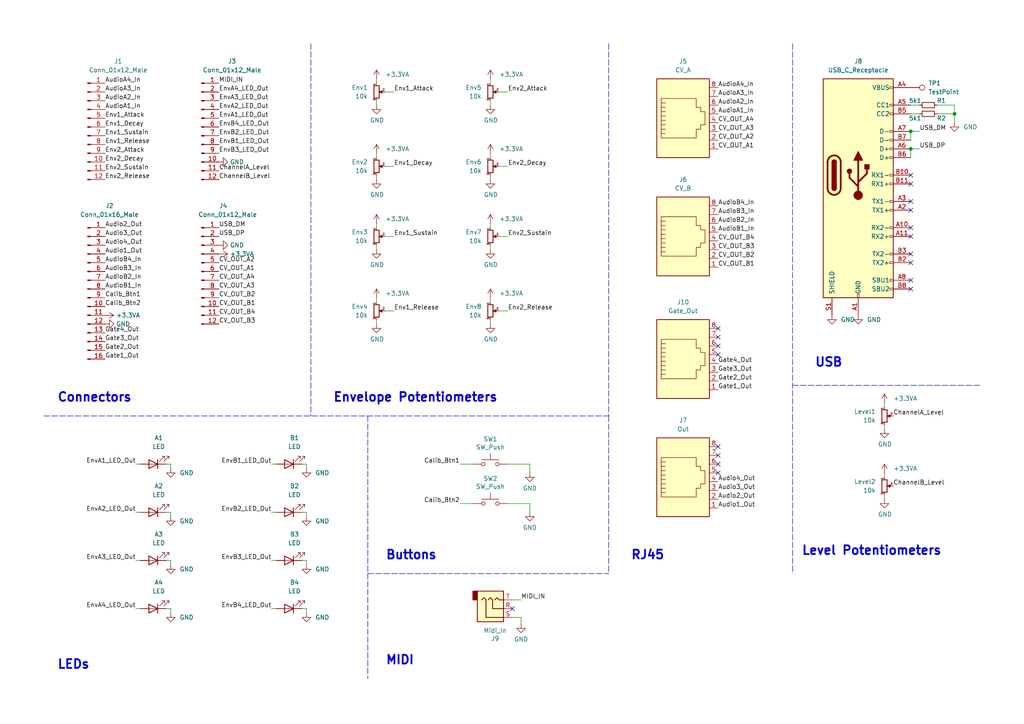
<source format=kicad_sch>
(kicad_sch (version 20211123) (generator eeschema)
  (paper "A4")
  (lib_symbols
    (symbol "Connector:Conn_01x12_Male" (pin_names (offset 1.016) hide)
      (property "Reference" "J" (at 0 15.24 0))
      (property "Value" "Conn_01x12_Male" (at 0 -17.78 0))
      (symbol "Conn_01x12_Male_1_1"
        (polyline (pts (xy 1.27 -15.24) (xy 0.8636 -15.24)) (stroke (width 0.1524)))
        (polyline (pts (xy 1.27 -12.7) (xy 0.8636 -12.7)) (stroke (width 0.1524)))
        (polyline (pts (xy 1.27 -10.16) (xy 0.8636 -10.16)) (stroke (width 0.1524)))
        (polyline (pts (xy 1.27 -7.62) (xy 0.8636 -7.62)) (stroke (width 0.1524)))
        (polyline (pts (xy 1.27 -5.08) (xy 0.8636 -5.08)) (stroke (width 0.1524)))
        (polyline (pts (xy 1.27 -2.54) (xy 0.8636 -2.54)) (stroke (width 0.1524)))
        (polyline (pts (xy 1.27 0) (xy 0.8636 0)) (stroke (width 0.1524)))
        (polyline (pts (xy 1.27 2.54) (xy 0.8636 2.54)) (stroke (width 0.1524)))
        (polyline (pts (xy 1.27 5.08) (xy 0.8636 5.08)) (stroke (width 0.1524)))
        (polyline (pts (xy 1.27 7.62) (xy 0.8636 7.62)) (stroke (width 0.1524)))
        (polyline (pts (xy 1.27 10.16) (xy 0.8636 10.16)) (stroke (width 0.1524)))
        (polyline (pts (xy 1.27 12.7) (xy 0.8636 12.7)) (stroke (width 0.1524)))
        (rectangle (start 0.8636 -15.113) (end 0 -15.367) (stroke (width 0.1524)) (fill (type outline)))
        (rectangle (start 0.8636 -12.573) (end 0 -12.827) (stroke (width 0.1524)) (fill (type outline)))
        (rectangle (start 0.8636 -10.033) (end 0 -10.287) (stroke (width 0.1524)) (fill (type outline)))
        (rectangle (start 0.8636 -7.493) (end 0 -7.747) (stroke (width 0.1524)) (fill (type outline)))
        (rectangle (start 0.8636 -4.953) (end 0 -5.207) (stroke (width 0.1524)) (fill (type outline)))
        (rectangle (start 0.8636 -2.413) (end 0 -2.667) (stroke (width 0.1524)) (fill (type outline)))
        (rectangle (start 0.8636 0.127) (end 0 -0.127) (stroke (width 0.1524)) (fill (type outline)))
        (rectangle (start 0.8636 2.667) (end 0 2.413) (stroke (width 0.1524)) (fill (type outline)))
        (rectangle (start 0.8636 5.207) (end 0 4.953) (stroke (width 0.1524)) (fill (type outline)))
        (rectangle (start 0.8636 7.747) (end 0 7.493) (stroke (width 0.1524)) (fill (type outline)))
        (rectangle (start 0.8636 10.287) (end 0 10.033) (stroke (width 0.1524)) (fill (type outline)))
        (rectangle (start 0.8636 12.827) (end 0 12.573) (stroke (width 0.1524)) (fill (type outline)))
        (pin passive line (at 5.08 12.7 180) (length 3.81) (name "Pin_1") (number "1"))
        (pin passive line (at 5.08 -10.16 180) (length 3.81) (name "Pin_10") (number "10"))
        (pin passive line (at 5.08 -12.7 180) (length 3.81) (name "Pin_11") (number "11"))
        (pin passive line (at 5.08 -15.24 180) (length 3.81) (name "Pin_12") (number "12"))
        (pin passive line (at 5.08 10.16 180) (length 3.81) (name "Pin_2") (number "2"))
        (pin passive line (at 5.08 7.62 180) (length 3.81) (name "Pin_3") (number "3"))
        (pin passive line (at 5.08 5.08 180) (length 3.81) (name "Pin_4") (number "4"))
        (pin passive line (at 5.08 2.54 180) (length 3.81) (name "Pin_5") (number "5"))
        (pin passive line (at 5.08 0 180) (length 3.81) (name "Pin_6") (number "6"))
        (pin passive line (at 5.08 -2.54 180) (length 3.81) (name "Pin_7") (number "7"))
        (pin passive line (at 5.08 -5.08 180) (length 3.81) (name "Pin_8") (number "8"))
        (pin passive line (at 5.08 -7.62 180) (length 3.81) (name "Pin_9") (number "9"))
      )
    )
    (symbol "Connector:Conn_01x16_Male" (pin_names (offset 1.016) hide)
      (property "Reference" "J" (at 0 20.32 0))
      (property "Value" "Conn_01x16_Male" (at 0 -22.86 0))
      (symbol "Conn_01x16_Male_1_1"
        (polyline (pts (xy 1.27 -20.32) (xy 0.8636 -20.32)) (stroke (width 0.1524)))
        (polyline (pts (xy 1.27 -17.78) (xy 0.8636 -17.78)) (stroke (width 0.1524)))
        (polyline (pts (xy 1.27 -15.24) (xy 0.8636 -15.24)) (stroke (width 0.1524)))
        (polyline (pts (xy 1.27 -12.7) (xy 0.8636 -12.7)) (stroke (width 0.1524)))
        (polyline (pts (xy 1.27 -10.16) (xy 0.8636 -10.16)) (stroke (width 0.1524)))
        (polyline (pts (xy 1.27 -7.62) (xy 0.8636 -7.62)) (stroke (width 0.1524)))
        (polyline (pts (xy 1.27 -5.08) (xy 0.8636 -5.08)) (stroke (width 0.1524)))
        (polyline (pts (xy 1.27 -2.54) (xy 0.8636 -2.54)) (stroke (width 0.1524)))
        (polyline (pts (xy 1.27 0) (xy 0.8636 0)) (stroke (width 0.1524)))
        (polyline (pts (xy 1.27 2.54) (xy 0.8636 2.54)) (stroke (width 0.1524)))
        (polyline (pts (xy 1.27 5.08) (xy 0.8636 5.08)) (stroke (width 0.1524)))
        (polyline (pts (xy 1.27 7.62) (xy 0.8636 7.62)) (stroke (width 0.1524)))
        (polyline (pts (xy 1.27 10.16) (xy 0.8636 10.16)) (stroke (width 0.1524)))
        (polyline (pts (xy 1.27 12.7) (xy 0.8636 12.7)) (stroke (width 0.1524)))
        (polyline (pts (xy 1.27 15.24) (xy 0.8636 15.24)) (stroke (width 0.1524)))
        (polyline (pts (xy 1.27 17.78) (xy 0.8636 17.78)) (stroke (width 0.1524)))
        (rectangle (start 0.8636 -20.193) (end 0 -20.447) (stroke (width 0.1524)) (fill (type outline)))
        (rectangle (start 0.8636 -17.653) (end 0 -17.907) (stroke (width 0.1524)) (fill (type outline)))
        (rectangle (start 0.8636 -15.113) (end 0 -15.367) (stroke (width 0.1524)) (fill (type outline)))
        (rectangle (start 0.8636 -12.573) (end 0 -12.827) (stroke (width 0.1524)) (fill (type outline)))
        (rectangle (start 0.8636 -10.033) (end 0 -10.287) (stroke (width 0.1524)) (fill (type outline)))
        (rectangle (start 0.8636 -7.493) (end 0 -7.747) (stroke (width 0.1524)) (fill (type outline)))
        (rectangle (start 0.8636 -4.953) (end 0 -5.207) (stroke (width 0.1524)) (fill (type outline)))
        (rectangle (start 0.8636 -2.413) (end 0 -2.667) (stroke (width 0.1524)) (fill (type outline)))
        (rectangle (start 0.8636 0.127) (end 0 -0.127) (stroke (width 0.1524)) (fill (type outline)))
        (rectangle (start 0.8636 2.667) (end 0 2.413) (stroke (width 0.1524)) (fill (type outline)))
        (rectangle (start 0.8636 5.207) (end 0 4.953) (stroke (width 0.1524)) (fill (type outline)))
        (rectangle (start 0.8636 7.747) (end 0 7.493) (stroke (width 0.1524)) (fill (type outline)))
        (rectangle (start 0.8636 10.287) (end 0 10.033) (stroke (width 0.1524)) (fill (type outline)))
        (rectangle (start 0.8636 12.827) (end 0 12.573) (stroke (width 0.1524)) (fill (type outline)))
        (rectangle (start 0.8636 15.367) (end 0 15.113) (stroke (width 0.1524)) (fill (type outline)))
        (rectangle (start 0.8636 17.907) (end 0 17.653) (stroke (width 0.1524)) (fill (type outline)))
        (pin passive line (at 5.08 17.78 180) (length 3.81) (name "Pin_1") (number "1"))
        (pin passive line (at 5.08 -5.08 180) (length 3.81) (name "Pin_10") (number "10"))
        (pin passive line (at 5.08 -7.62 180) (length 3.81) (name "Pin_11") (number "11"))
        (pin passive line (at 5.08 -10.16 180) (length 3.81) (name "Pin_12") (number "12"))
        (pin passive line (at 5.08 -12.7 180) (length 3.81) (name "Pin_13") (number "13"))
        (pin passive line (at 5.08 -15.24 180) (length 3.81) (name "Pin_14") (number "14"))
        (pin passive line (at 5.08 -17.78 180) (length 3.81) (name "Pin_15") (number "15"))
        (pin passive line (at 5.08 -20.32 180) (length 3.81) (name "Pin_16") (number "16"))
        (pin passive line (at 5.08 15.24 180) (length 3.81) (name "Pin_2") (number "2"))
        (pin passive line (at 5.08 12.7 180) (length 3.81) (name "Pin_3") (number "3"))
        (pin passive line (at 5.08 10.16 180) (length 3.81) (name "Pin_4") (number "4"))
        (pin passive line (at 5.08 7.62 180) (length 3.81) (name "Pin_5") (number "5"))
        (pin passive line (at 5.08 5.08 180) (length 3.81) (name "Pin_6") (number "6"))
        (pin passive line (at 5.08 2.54 180) (length 3.81) (name "Pin_7") (number "7"))
        (pin passive line (at 5.08 0 180) (length 3.81) (name "Pin_8") (number "8"))
        (pin passive line (at 5.08 -2.54 180) (length 3.81) (name "Pin_9") (number "9"))
      )
    )
    (symbol "Connector:RJ45" (pin_names (offset 1.016))
      (property "Reference" "J" (at -5.08 13.97 0))
      (property "Value" "RJ45" (at 2.54 13.97 0))
      (symbol "RJ45_0_1"
        (polyline (pts (xy -5.08 4.445) (xy -6.35 4.445)))
        (polyline (pts (xy -5.08 5.715) (xy -6.35 5.715)))
        (polyline (pts (xy -6.35 -3.175) (xy -5.08 -3.175) (xy -5.08 -3.175)))
        (polyline (pts (xy -6.35 -1.905) (xy -5.08 -1.905) (xy -5.08 -1.905)))
        (polyline (pts (xy -6.35 -0.635) (xy -5.08 -0.635) (xy -5.08 -0.635)))
        (polyline (pts (xy -6.35 0.635) (xy -5.08 0.635) (xy -5.08 0.635)))
        (polyline (pts (xy -6.35 1.905) (xy -5.08 1.905) (xy -5.08 1.905)))
        (polyline (pts (xy -5.08 3.175) (xy -6.35 3.175) (xy -6.35 3.175)))
        (polyline (pts (xy -6.35 -4.445) (xy -6.35 6.985) (xy 3.81 6.985) (xy 3.81 4.445) (xy 5.08 4.445) (xy 5.08 3.175) (xy 6.35 3.175) (xy 6.35 -0.635) (xy 5.08 -0.635) (xy 5.08 -1.905) (xy 3.81 -1.905) (xy 3.81 -4.445) (xy -6.35 -4.445) (xy -6.35 -4.445)))
        (rectangle (start 7.62 12.7) (end -7.62 -10.16) (stroke (width 0.254)) (fill (type background)))
      )
      (symbol "RJ45_1_1"
        (pin passive line (at 10.16 -7.62 180) (length 2.54) (name "~") (number "1"))
        (pin passive line (at 10.16 -5.08 180) (length 2.54) (name "~") (number "2"))
        (pin passive line (at 10.16 -2.54 180) (length 2.54) (name "~") (number "3"))
        (pin passive line (at 10.16 0 180) (length 2.54) (name "~") (number "4"))
        (pin passive line (at 10.16 2.54 180) (length 2.54) (name "~") (number "5"))
        (pin passive line (at 10.16 5.08 180) (length 2.54) (name "~") (number "6"))
        (pin passive line (at 10.16 7.62 180) (length 2.54) (name "~") (number "7"))
        (pin passive line (at 10.16 10.16 180) (length 2.54) (name "~") (number "8"))
      )
    )
    (symbol "Connector:TestPoint" (pin_numbers hide) (pin_names (offset 0.762) hide)
      (property "Reference" "TP" (at 0 6.858 0))
      (property "Value" "TestPoint" (at 0 5.08 0))
      (symbol "TestPoint_0_1"
        (circle (center 0 3.302) (radius 0.762))
      )
      (symbol "TestPoint_1_1"
        (pin passive line (at 0 0 90) (length 2.54) (name "1") (number "1"))
      )
    )
    (symbol "Connector:USB_C_Receptacle" (pin_names (offset 1.016))
      (property "Reference" "J" (at -10.16 29.21 0))
      (property "Value" "USB_C_Receptacle" (at 10.16 29.21 0))
      (symbol "USB_C_Receptacle_0_0"
        (rectangle (start -0.254 -35.56) (end 0.254 -34.544))
        (rectangle (start 10.16 -32.766) (end 9.144 -33.274))
        (rectangle (start 10.16 -30.226) (end 9.144 -30.734))
        (rectangle (start 10.16 -25.146) (end 9.144 -25.654))
        (rectangle (start 10.16 -22.606) (end 9.144 -23.114))
        (rectangle (start 10.16 -17.526) (end 9.144 -18.034))
        (rectangle (start 10.16 -14.986) (end 9.144 -15.494))
        (rectangle (start 10.16 -9.906) (end 9.144 -10.414))
        (rectangle (start 10.16 -7.366) (end 9.144 -7.874))
        (rectangle (start 10.16 -2.286) (end 9.144 -2.794))
        (rectangle (start 10.16 0.254) (end 9.144 -0.254))
        (rectangle (start 10.16 5.334) (end 9.144 4.826))
        (rectangle (start 10.16 7.874) (end 9.144 7.366))
        (rectangle (start 10.16 10.414) (end 9.144 9.906))
        (rectangle (start 10.16 12.954) (end 9.144 12.446))
        (rectangle (start 10.16 18.034) (end 9.144 17.526))
        (rectangle (start 10.16 20.574) (end 9.144 20.066))
        (rectangle (start 10.16 25.654) (end 9.144 25.146))
      )
      (symbol "USB_C_Receptacle_0_1"
        (rectangle (start -10.16 27.94) (end 10.16 -35.56) (stroke (width 0.254)) (fill (type background)))
        (arc (start -8.89 -3.81) (mid -6.985 -5.715) (end -5.08 -3.81) (stroke (width 0.508)))
        (arc (start -7.62 -3.81) (mid -6.985 -4.445) (end -6.35 -3.81) (stroke (width 0.254)))
        (arc (start -7.62 -3.81) (mid -6.985 -4.445) (end -6.35 -3.81) (stroke (width 0.254)) (fill (type outline)))
        (rectangle (start -7.62 -3.81) (end -6.35 3.81) (stroke (width 0.254)) (fill (type outline)))
        (arc (start -6.35 3.81) (mid -6.985 4.445) (end -7.62 3.81) (stroke (width 0.254)))
        (arc (start -6.35 3.81) (mid -6.985 4.445) (end -7.62 3.81) (stroke (width 0.254)) (fill (type outline)))
        (arc (start -5.08 3.81) (mid -6.985 5.715) (end -8.89 3.81) (stroke (width 0.508)))
        (polyline (pts (xy -8.89 -3.81) (xy -8.89 3.81)) (stroke (width 0.508)))
        (polyline (pts (xy -5.08 3.81) (xy -5.08 -3.81)) (stroke (width 0.508)))
      )
      (symbol "USB_C_Receptacle_1_1"
        (circle (center -2.54 1.143) (radius 0.635) (stroke (width 0.254)) (fill (type outline)))
        (circle (center 0 -5.842) (radius 1.27) (fill (type outline)))
        (polyline (pts (xy 0 -5.842) (xy 0 4.318)) (stroke (width 0.508)))
        (polyline (pts (xy 0 -3.302) (xy -2.54 -0.762) (xy -2.54 0.508)) (stroke (width 0.508)))
        (polyline (pts (xy 0 -2.032) (xy 2.54 0.508) (xy 2.54 1.778)) (stroke (width 0.508)))
        (polyline (pts (xy -1.27 4.318) (xy 0 6.858) (xy 1.27 4.318) (xy -1.27 4.318)) (stroke (width 0.254)) (fill (type outline)))
        (rectangle (start 1.905 1.778) (end 3.175 3.048) (stroke (width 0.254)) (fill (type outline)))
        (pin passive line (at 0 -40.64 90) (length 5.08) (name "GND") (number "A1"))
        (pin bidirectional line (at 15.24 -15.24 180) (length 5.08) (name "RX2-") (number "A10"))
        (pin bidirectional line (at 15.24 -17.78 180) (length 5.08) (name "RX2+") (number "A11"))
        (pin passive line (at 0 -40.64 90) (length 5.08) hide (name "GND") (number "A12"))
        (pin bidirectional line (at 15.24 -10.16 180) (length 5.08) (name "TX1+") (number "A2"))
        (pin bidirectional line (at 15.24 -7.62 180) (length 5.08) (name "TX1-") (number "A3"))
        (pin passive line (at 15.24 25.4 180) (length 5.08) (name "VBUS") (number "A4"))
        (pin bidirectional line (at 15.24 20.32 180) (length 5.08) (name "CC1") (number "A5"))
        (pin bidirectional line (at 15.24 7.62 180) (length 5.08) (name "D+") (number "A6"))
        (pin bidirectional line (at 15.24 12.7 180) (length 5.08) (name "D-") (number "A7"))
        (pin bidirectional line (at 15.24 -30.48 180) (length 5.08) (name "SBU1") (number "A8"))
        (pin passive line (at 15.24 25.4 180) (length 5.08) hide (name "VBUS") (number "A9"))
        (pin passive line (at 0 -40.64 90) (length 5.08) hide (name "GND") (number "B1"))
        (pin bidirectional line (at 15.24 0 180) (length 5.08) (name "RX1-") (number "B10"))
        (pin bidirectional line (at 15.24 -2.54 180) (length 5.08) (name "RX1+") (number "B11"))
        (pin passive line (at 0 -40.64 90) (length 5.08) hide (name "GND") (number "B12"))
        (pin bidirectional line (at 15.24 -25.4 180) (length 5.08) (name "TX2+") (number "B2"))
        (pin bidirectional line (at 15.24 -22.86 180) (length 5.08) (name "TX2-") (number "B3"))
        (pin passive line (at 15.24 25.4 180) (length 5.08) hide (name "VBUS") (number "B4"))
        (pin bidirectional line (at 15.24 17.78 180) (length 5.08) (name "CC2") (number "B5"))
        (pin bidirectional line (at 15.24 5.08 180) (length 5.08) (name "D+") (number "B6"))
        (pin bidirectional line (at 15.24 10.16 180) (length 5.08) (name "D-") (number "B7"))
        (pin bidirectional line (at 15.24 -33.02 180) (length 5.08) (name "SBU2") (number "B8"))
        (pin passive line (at 15.24 25.4 180) (length 5.08) hide (name "VBUS") (number "B9"))
        (pin passive line (at -7.62 -40.64 90) (length 5.08) (name "SHIELD") (number "S1"))
      )
    )
    (symbol "Device:LED" (pin_numbers hide) (pin_names (offset 1.016) hide)
      (property "Reference" "D" (at 0 2.54 0))
      (property "Value" "LED" (at 0 -2.54 0))
      (symbol "LED_0_1"
        (polyline (pts (xy -1.27 -1.27) (xy -1.27 1.27)) (stroke (width 0.254)))
        (polyline (pts (xy -1.27 0) (xy 1.27 0)))
        (polyline (pts (xy 1.27 -1.27) (xy 1.27 1.27) (xy -1.27 0) (xy 1.27 -1.27)) (stroke (width 0.254)))
        (polyline (pts (xy -3.048 -0.762) (xy -4.572 -2.286) (xy -3.81 -2.286) (xy -4.572 -2.286) (xy -4.572 -1.524)))
        (polyline (pts (xy -1.778 -0.762) (xy -3.302 -2.286) (xy -2.54 -2.286) (xy -3.302 -2.286) (xy -3.302 -1.524)))
      )
      (symbol "LED_1_1"
        (pin passive line (at -3.81 0 0) (length 2.54) (name "K") (number "1"))
        (pin passive line (at 3.81 0 180) (length 2.54) (name "A") (number "2"))
      )
    )
    (symbol "Device:R_Potentiometer_Small" (pin_names (offset 1.016) hide)
      (property "Reference" "RV" (at -4.445 0 90))
      (property "Value" "R_Potentiometer_Small" (at -2.54 0 90))
      (symbol "R_Potentiometer_Small_0_1"
        (polyline (pts (xy 0.889 0) (xy 0.635 0) (xy 1.651 0.381) (xy 1.651 -0.381) (xy 0.635 0) (xy 0.889 0)) (fill (type outline)))
        (rectangle (start 0.762 1.8034) (end -0.762 -1.8034) (stroke (width 0.254)))
      )
      (symbol "R_Potentiometer_Small_1_1"
        (pin passive line (at 0 2.54 270) (length 0.635) (name "1") (number "1"))
        (pin passive line (at 2.54 0 180) (length 0.9906) (name "2") (number "2"))
        (pin passive line (at 0 -2.54 90) (length 0.635) (name "3") (number "3"))
      )
    )
    (symbol "Device:R_Small" (pin_numbers hide) (pin_names (offset 0.254) hide)
      (property "Reference" "R" (at 0.762 0.508 0))
      (property "Value" "R_Small" (at 0.762 -1.016 0))
      (symbol "R_Small_0_1"
        (rectangle (start -0.762 1.778) (end 0.762 -1.778) (stroke (width 0.2032)))
      )
      (symbol "R_Small_1_1"
        (pin passive line (at 0 2.54 270) (length 0.762) (name "~") (number "1"))
        (pin passive line (at 0 -2.54 90) (length 0.762) (name "~") (number "2"))
      )
    )
    (symbol "Switch:SW_Push" (pin_numbers hide) (pin_names (offset 1.016) hide)
      (property "Reference" "SW" (at 1.27 2.54 0))
      (property "Value" "SW_Push" (at 0 -1.524 0))
      (symbol "SW_Push_0_1"
        (circle (center -2.032 0) (radius 0.508))
        (polyline (pts (xy 0 1.27) (xy 0 3.048)))
        (polyline (pts (xy 2.54 1.27) (xy -2.54 1.27)))
        (circle (center 2.032 0) (radius 0.508))
        (pin passive line (at -5.08 0 0) (length 2.54) (name "1") (number "1"))
        (pin passive line (at 5.08 0 180) (length 2.54) (name "2") (number "2"))
      )
    )
    (symbol "power:+3.3VA" (power) (pin_names (offset 0))
      (property "Value" "+3.3VA" (at 0 3.556 0))
      (symbol "+3.3VA_0_1"
        (polyline (pts (xy -0.762 1.27) (xy 0 2.54)))
        (polyline (pts (xy 0 0) (xy 0 2.54)))
        (polyline (pts (xy 0 2.54) (xy 0.762 1.27)))
      )
      (symbol "+3.3VA_1_1"
        (pin power_in line (at 0 0 90) (length 0) hide (name "+3.3VA") (number "1"))
      )
    )
    (symbol "power:GND" (power) (pin_names (offset 0))
      (property "Value" "GND" (at 0 -3.81 0))
      (symbol "GND_0_1"
        (polyline (pts (xy 0 0) (xy 0 -1.27) (xy 1.27 -1.27) (xy 0 -2.54) (xy -1.27 -1.27) (xy 0 -1.27)))
      )
      (symbol "GND_1_1"
        (pin power_in line (at 0 0 270) (length 0) hide (name "GND") (number "1"))
      )
    )
    (symbol "thonkiconn:AudioJack3"
      (property "Reference" "J" (at 0 8.89 0))
      (property "Value" "AudioJack3" (at 0 6.35 0))
      (symbol "AudioJack3_0_1"
        (rectangle (start -5.08 -5.08) (end -6.35 -2.54) (stroke (width 0.254)) (fill (type outline)))
        (polyline (pts (xy 0 -2.54) (xy 0.635 -3.175) (xy 1.27 -2.54) (xy 2.54 -2.54)) (stroke (width 0.254)))
        (polyline (pts (xy -1.905 -2.54) (xy -1.27 -3.175) (xy -0.635 -2.54) (xy -0.635 0) (xy 2.54 0)) (stroke (width 0.254)))
        (polyline (pts (xy 2.54 2.54) (xy -2.54 2.54) (xy -2.54 -2.54) (xy -3.175 -3.175) (xy -3.81 -2.54)) (stroke (width 0.254)))
        (rectangle (start 2.54 3.81) (end -5.08 -5.08) (stroke (width 0.254)) (fill (type background)))
      )
      (symbol "AudioJack3_1_1"
        (pin passive line (at 5.08 0 180) (length 2.54) (name "~") (number "R"))
        (pin passive line (at 5.08 2.54 180) (length 2.54) (name "~") (number "S"))
        (pin passive line (at 5.08 -2.54 180) (length 2.54) (name "~") (number "T"))
      )
    )
  )
  (junction (at 276.86 33.02))
  (junction (at 264.16 38.1))
  (junction (at 264.16 43.18))
  (no_connect (at 264.16 81.28))
  (no_connect (at 208.28 132.08))
  (no_connect (at 264.16 76.2))
  (no_connect (at 208.28 134.62))
  (no_connect (at 264.16 68.58))
  (no_connect (at 208.28 97.79))
  (no_connect (at 148.59 176.53))
  (no_connect (at 264.16 83.82))
  (no_connect (at 264.16 50.8))
  (no_connect (at 208.28 129.54))
  (no_connect (at 208.28 95.25))
  (no_connect (at 264.16 53.34))
  (no_connect (at 264.16 73.66))
  (no_connect (at 264.16 66.04))
  (no_connect (at 264.16 60.96))
  (no_connect (at 208.28 102.87))
  (no_connect (at 208.28 100.33))
  (no_connect (at 208.28 137.16))
  (no_connect (at 264.16 58.42))
  (wire (pts (xy 48.26 134.62) (xy 49.53 134.62)))
  (wire (pts (xy 49.53 134.62) (xy 49.53 135.89)))
  (wire (pts (xy 256.54 137.16) (xy 256.54 138.43)))
  (polyline (pts (xy 229.87 111.76) (xy 284.48 111.76)))
  (wire (pts (xy 264.16 38.1) (xy 266.7 38.1)))
  (wire (pts (xy 264.16 30.48) (xy 266.7 30.48)))
  (wire (pts (xy 142.24 64.77) (xy 142.24 66.04)))
  (wire (pts (xy 276.86 30.48) (xy 276.86 33.02)))
  (wire (pts (xy 264.16 33.02) (xy 266.7 33.02)))
  (wire (pts (xy 109.22 72.39) (xy 109.22 71.12)))
  (wire (pts (xy 142.24 72.39) (xy 142.24 71.12)))
  (wire (pts (xy 111.76 26.67) (xy 114.3 26.67)))
  (wire (pts (xy 78.74 176.53) (xy 80.01 176.53)))
  (polyline (pts (xy 90.17 12.7) (xy 90.17 120.65)))
  (wire (pts (xy 264.16 43.18) (xy 264.16 45.72)))
  (wire (pts (xy 271.78 30.48) (xy 276.86 30.48)))
  (wire (pts (xy 109.22 22.86) (xy 109.22 24.13)))
  (wire (pts (xy 88.9 148.59) (xy 88.9 149.86)))
  (wire (pts (xy 49.53 176.53) (xy 49.53 177.8)))
  (wire (pts (xy 39.37 134.62) (xy 40.64 134.62)))
  (wire (pts (xy 109.22 64.77) (xy 109.22 66.04)))
  (wire (pts (xy 142.24 52.07) (xy 142.24 50.8)))
  (polyline (pts (xy 176.53 120.65) (xy 176.53 166.37)))
  (wire (pts (xy 256.54 124.46) (xy 256.54 123.19)))
  (polyline (pts (xy 229.87 12.7) (xy 229.87 120.65)))
  (wire (pts (xy 78.74 162.56) (xy 80.01 162.56)))
  (polyline (pts (xy 12.7 120.65) (xy 176.53 120.65)))
  (wire (pts (xy 133.35 134.62) (xy 137.16 134.62)))
  (wire (pts (xy 142.24 30.48) (xy 142.24 29.21)))
  (wire (pts (xy 271.78 33.02) (xy 276.86 33.02)))
  (wire (pts (xy 153.67 134.62) (xy 153.67 137.16)))
  (wire (pts (xy 264.16 43.18) (xy 266.7 43.18)))
  (wire (pts (xy 264.16 38.1) (xy 264.16 40.64)))
  (wire (pts (xy 109.22 52.07) (xy 109.22 50.8)))
  (wire (pts (xy 142.24 86.36) (xy 142.24 87.63)))
  (wire (pts (xy 111.76 48.26) (xy 114.3 48.26)))
  (polyline (pts (xy 106.68 120.65) (xy 106.68 196.85)))
  (wire (pts (xy 133.35 146.05) (xy 137.16 146.05)))
  (wire (pts (xy 148.59 173.99) (xy 151.13 173.99)))
  (wire (pts (xy 144.78 90.17) (xy 147.32 90.17)))
  (wire (pts (xy 78.74 148.59) (xy 80.01 148.59)))
  (wire (pts (xy 151.13 179.07) (xy 151.13 180.975)))
  (wire (pts (xy 39.37 148.59) (xy 40.64 148.59)))
  (wire (pts (xy 147.32 146.05) (xy 153.67 146.05)))
  (wire (pts (xy 153.67 146.05) (xy 153.67 148.59)))
  (wire (pts (xy 48.26 176.53) (xy 49.53 176.53)))
  (wire (pts (xy 276.86 33.02) (xy 276.86 35.56)))
  (wire (pts (xy 109.22 44.45) (xy 109.22 45.72)))
  (wire (pts (xy 142.24 93.98) (xy 142.24 92.71)))
  (wire (pts (xy 88.9 162.56) (xy 88.9 163.83)))
  (wire (pts (xy 88.9 134.62) (xy 88.9 135.89)))
  (wire (pts (xy 109.22 86.36) (xy 109.22 87.63)))
  (wire (pts (xy 87.63 148.59) (xy 88.9 148.59)))
  (wire (pts (xy 49.53 162.56) (xy 49.53 163.83)))
  (polyline (pts (xy 106.68 166.37) (xy 176.53 166.37)))
  (wire (pts (xy 142.24 44.45) (xy 142.24 45.72)))
  (wire (pts (xy 111.76 68.58) (xy 114.3 68.58)))
  (wire (pts (xy 87.63 176.53) (xy 88.9 176.53)))
  (wire (pts (xy 87.63 162.56) (xy 88.9 162.56)))
  (polyline (pts (xy 176.53 12.7) (xy 176.53 120.65)))
  (wire (pts (xy 144.78 48.26) (xy 147.32 48.26)))
  (wire (pts (xy 49.53 148.59) (xy 49.53 149.86)))
  (wire (pts (xy 39.37 162.56) (xy 40.64 162.56)))
  (wire (pts (xy 109.22 30.48) (xy 109.22 29.21)))
  (polyline (pts (xy 229.87 120.65) (xy 229.87 166.37)))
  (wire (pts (xy 142.24 22.86) (xy 142.24 24.13)))
  (wire (pts (xy 39.37 176.53) (xy 40.64 176.53)))
  (wire (pts (xy 78.74 134.62) (xy 80.01 134.62)))
  (wire (pts (xy 111.76 90.17) (xy 114.3 90.17)))
  (wire (pts (xy 147.32 134.62) (xy 153.67 134.62)))
  (wire (pts (xy 256.54 144.78) (xy 256.54 143.51)))
  (wire (pts (xy 87.63 134.62) (xy 88.9 134.62)))
  (wire (pts (xy 88.9 176.53) (xy 88.9 177.8)))
  (wire (pts (xy 144.78 68.58) (xy 147.32 68.58)))
  (wire (pts (xy 144.78 26.67) (xy 147.32 26.67)))
  (wire (pts (xy 148.59 179.07) (xy 151.13 179.07)))
  (wire (pts (xy 109.22 93.98) (xy 109.22 92.71)))
  (wire (pts (xy 48.26 162.56) (xy 49.53 162.56)))
  (wire (pts (xy 256.54 116.84) (xy 256.54 118.11)))
  (wire (pts (xy 48.26 148.59) (xy 49.53 148.59)))
  (text "Buttons" (at 111.76 162.56 0) (effects (font (size 2.54 2.54) (thickness 0.508) bold) (justify left bottom)))
  (text "Connectors" (at 16.51 116.84 0) (effects (font (size 2.54 2.54) (thickness 0.508) bold) (justify left bottom)))
  (text "RJ45" (at 182.88 162.56 0) (effects (font (size 2.54 2.54) (thickness 0.508) bold) (justify left bottom)))
  (text "USB" (at 236.22 106.68 0) (effects (font (size 2.54 2.54) (thickness 0.508) bold) (justify left bottom)))
  (text "Level Potentiometers" (at 232.41 161.29 0) (effects (font (size 2.54 2.54) (thickness 0.508) bold) (justify left bottom)))
  (text "Envelope Potentiometers" (at 96.52 116.84 0) (effects (font (size 2.54 2.54) (thickness 0.508) bold) (justify left bottom)))
  (text "LEDs" (at 16.51 194.31 0) (effects (font (size 2.54 2.54) (thickness 0.508) bold) (justify left bottom)))
  (text "MIDI" (at 111.76 193.04 0) (effects (font (size 2.54 2.54) (thickness 0.508) bold) (justify left bottom)))
  (label "EnvA2_LED_Out" (at 63.5 31.75 0))
  (label "CV_OUT_B1" (at 208.28 77.47 0))
  (label "EnvA2_LED_Out" (at 39.37 148.59 180))
  (label "MIDI_IN" (at 63.5 24.13 0))
  (label "CV_OUT_B4" (at 63.5 91.44 0))
  (label "MIDI_IN" (at 151.13 173.99 0))
  (label "EnvB4_LED_Out" (at 78.74 176.53 180))
  (label "CV_OUT_A1" (at 63.5 78.74 0))
  (label "Env1_Decay" (at 30.48 36.83 0))
  (label "EnvB1_LED_Out" (at 78.74 134.62 180))
  (label "EnvB3_LED_Out" (at 63.5 44.45 0))
  (label "AudioA3_In" (at 30.48 26.67 0))
  (label "AudioA2_In" (at 208.28 30.48 0))
  (label "Gate3_Out" (at 208.28 107.95 0))
  (label "ChannelA_Level" (at 259.08 120.65 0))
  (label "Audio2_Out" (at 30.48 66.04 0))
  (label "CV_OUT_B2" (at 63.5 86.36 0))
  (label "Env1_Release" (at 114.3 90.17 0))
  (label "EnvA1_LED_Out" (at 63.5 34.29 0))
  (label "CV_OUT_B3" (at 208.28 72.39 0))
  (label "CV_OUT_B3" (at 63.5 93.98 0))
  (label "Calib_Btn1" (at 30.48 86.36 0))
  (label "EnvA4_LED_Out" (at 63.5 26.67 0))
  (label "CV_OUT_B1" (at 63.5 88.9 0))
  (label "AudioB1_In" (at 30.48 83.82 0))
  (label "AudioA4_In" (at 30.48 24.13 0))
  (label "CV_OUT_A1" (at 208.28 43.18 0))
  (label "Gate4_Out" (at 208.28 105.41 0))
  (label "AudioA2_In" (at 30.48 29.21 0))
  (label "AudioA1_In" (at 30.48 31.75 0))
  (label "AudioA1_In" (at 208.28 33.02 0))
  (label "USB_DP" (at 266.7 43.18 0))
  (label "AudioA4_In" (at 208.28 25.4 0))
  (label "Env2_Decay" (at 147.32 48.26 0))
  (label "EnvB4_LED_Out" (at 63.5 36.83 0))
  (label "Gate3_Out" (at 30.48 99.06 0))
  (label "USB_DP" (at 63.5 68.58 0))
  (label "CV_OUT_A2" (at 63.5 76.2 0))
  (label "CV_OUT_B2" (at 208.28 74.93 0))
  (label "AudioA3_In" (at 208.28 27.94 0))
  (label "EnvA3_LED_Out" (at 63.5 29.21 0))
  (label "Audio1_Out" (at 208.28 147.32 0))
  (label "EnvB2_LED_Out" (at 63.5 39.37 0))
  (label "AudioB2_In" (at 30.48 81.28 0))
  (label "Calib_Btn2" (at 133.35 146.05 180))
  (label "Gate1_Out" (at 30.48 104.14 0))
  (label "Env2_Sustain" (at 147.32 68.58 0))
  (label "USB_DM" (at 63.5 66.04 0))
  (label "USB_DM" (at 266.7 38.1 0))
  (label "Audio3_Out" (at 30.48 68.58 0))
  (label "Audio2_Out" (at 208.28 144.78 0))
  (label "AudioB3_In" (at 30.48 78.74 0))
  (label "Env1_Release" (at 30.48 41.91 0))
  (label "ChannelA_Level" (at 63.5 49.53 0))
  (label "Env2_Release" (at 147.32 90.17 0))
  (label "AudioB1_In" (at 208.28 67.31 0))
  (label "AudioB4_In" (at 208.28 59.69 0))
  (label "Audio4_Out" (at 30.48 71.12 0))
  (label "Env1_Attack" (at 114.3 26.67 0))
  (label "EnvB2_LED_Out" (at 78.74 148.59 180))
  (label "Gate4_Out" (at 30.48 96.52 0))
  (label "Calib_Btn1" (at 133.35 134.62 180))
  (label "CV_OUT_A4" (at 208.28 35.56 0))
  (label "Gate1_Out" (at 208.28 113.03 0))
  (label "CV_OUT_A3" (at 208.28 38.1 0))
  (label "CV_OUT_A2" (at 208.28 40.64 0))
  (label "AudioB2_In" (at 208.28 64.77 0))
  (label "AudioB4_In" (at 30.48 76.2 0))
  (label "Gate2_Out" (at 30.48 101.6 0))
  (label "Env1_Sustain" (at 114.3 68.58 0))
  (label "EnvA4_LED_Out" (at 39.37 176.53 180))
  (label "EnvA1_LED_Out" (at 39.37 134.62 180))
  (label "Calib_Btn2" (at 30.48 88.9 0))
  (label "CV_OUT_B4" (at 208.28 69.85 0))
  (label "Gate2_Out" (at 208.28 110.49 0))
  (label "Env2_Sustain" (at 30.48 49.53 0))
  (label "Env1_Decay" (at 114.3 48.26 0))
  (label "Env1_Attack" (at 30.48 34.29 0))
  (label "EnvB1_LED_Out" (at 63.5 41.91 0))
  (label "Env2_Release" (at 30.48 52.07 0))
  (label "Audio1_Out" (at 30.48 73.66 0))
  (label "CV_OUT_A3" (at 63.5 83.82 0))
  (label "EnvB3_LED_Out" (at 78.74 162.56 180))
  (label "ChannelB_Level" (at 63.5 52.07 0))
  (label "Env2_Attack" (at 30.48 44.45 0))
  (label "CV_OUT_A4" (at 63.5 81.28 0))
  (label "EnvA3_LED_Out" (at 39.37 162.56 180))
  (label "Env1_Sustain" (at 30.48 39.37 0))
  (label "Audio3_Out" (at 208.28 142.24 0))
  (label "Env2_Attack" (at 147.32 26.67 0))
  (label "Audio4_Out" (at 208.28 139.7 0))
  (label "AudioB3_In" (at 208.28 62.23 0))
  (label "Env2_Decay" (at 30.48 46.99 0))
  (label "ChannelB_Level" (at 259.08 140.97 0))
  (symbol (lib_id "Connector:USB_C_Receptacle") (at 248.92 50.8 0) (unit 1)
    (property "Reference" "J8" (at 248.92 17.78 0))
    (property "Value" "USB_C_Receptacle" (at 248.92 20.32 0))
    (property "Footprint" "Custom_Footprints:USB_C_Receptacle_Amphenol_12401951E412A" (effects hide))
    (property "Datasheet" "https://www.usb.org/sites/default/files/documents/usb_type-c.zip" (effects hide))
  )
  (symbol (lib_id "Connector:TestPoint") (at 264.16 25.4 270) (unit 1)
    (property "Reference" "TP1" (at 269.24 24.1299 90) (effects (justify left)))
    (property "Value" "TestPoint" (at 269.24 26.6699 90) (effects (justify left)))
    (property "Footprint" "Connector_PinSocket_2.54mm:PinSocket_1x01_P2.54mm_Vertical" (effects hide))
  )
  (symbol (lib_id "power:GND") (at 153.67 148.59 0) (unit 1)
    (property "Reference" "#PWR0106" (effects hide))
    (property "Value" "GND" (at 153.67 153.035 0))
  )
  (symbol (lib_id "power:GND") (at 241.3 91.44 0) (unit 1)
    (property "Reference" "#PWR030" (effects hide))
    (property "Value" "GND" (at 243.84 92.7099 0) (effects (justify left)))
  )
  (symbol (lib_id "Connector:Conn_01x16_Male") (at 25.4 83.82 0) (unit 1)
    (property "Reference" "J2" (at 31.75 59.69 0))
    (property "Value" "Conn_01x16_Male" (at 31.75 62.23 0))
    (property "Footprint" "Connector_PinHeader_2.54mm:PinHeader_1x16_P2.54mm_Vertical" (effects hide))
  )
  (symbol (lib_id "Device:LED") (at 44.45 162.56 180) (unit 1)
    (property "Reference" "A3" (at 46.0375 154.94 0))
    (property "Value" "LED" (at 46.0375 157.48 0))
    (property "Footprint" "Custom_Footprints:LED_D3.0mm" (effects hide))
  )
  (symbol (lib_id "Connector:Conn_01x12_Male") (at 58.42 36.83 0) (unit 1)
    (property "Reference" "J3" (at 67.31 17.78 0))
    (property "Value" "Conn_01x12_Male" (at 67.31 20.32 0))
    (property "Footprint" "Connector_PinHeader_2.54mm:PinHeader_1x12_P2.54mm_Vertical" (effects hide))
  )
  (symbol (lib_id "Connector:Conn_01x12_Male") (at 25.4 36.83 0) (unit 1)
    (property "Reference" "J1" (at 34.29 17.78 0))
    (property "Value" "Conn_01x12_Male" (at 34.29 20.32 0))
    (property "Footprint" "Connector_PinHeader_2.54mm:PinHeader_1x12_P2.54mm_Vertical" (effects hide))
  )
  (symbol (lib_id "power:GND") (at 88.9 177.8 0) (mirror y) (unit 1)
    (property "Reference" "#PWR013" (effects hide))
    (property "Value" "GND" (at 91.44 179.0699 0) (effects (justify right)))
  )
  (symbol (lib_id "power:GND") (at 256.54 124.46 0) (unit 1)
    (property "Reference" "#PWR0102" (effects hide))
    (property "Value" "GND" (at 256.667 128.8542 0))
  )
  (symbol (lib_id "Device:LED") (at 44.45 134.62 180) (unit 1)
    (property "Reference" "A1" (at 46.0375 127 0))
    (property "Value" "LED" (at 46.0375 129.54 0))
    (property "Footprint" "Custom_Footprints:LED_D3.0mm" (effects hide))
  )
  (symbol (lib_id "power:GND") (at 49.53 177.8 0) (mirror y) (unit 1)
    (property "Reference" "#PWR05" (effects hide))
    (property "Value" "GND" (at 52.07 179.0699 0) (effects (justify right)))
  )
  (symbol (lib_id "Device:R_Potentiometer_Small") (at 142.24 68.58 0) (unit 1)
    (property "Reference" "Env7" (at 139.7 67.3099 0) (effects (justify right)))
    (property "Value" "10k" (at 139.7 69.8499 0) (effects (justify right)))
    (property "Footprint" "Custom_Footprints:Alpha_9mm_Potentiometer_Aligned" (effects hide))
  )
  (symbol (lib_id "Device:R_Potentiometer_Small") (at 109.22 48.26 0) (unit 1)
    (property "Reference" "Env2" (at 106.68 46.9899 0) (effects (justify right)))
    (property "Value" "10k" (at 106.68 49.5299 0) (effects (justify right)))
    (property "Footprint" "Custom_Footprints:Alpha_9mm_Potentiometer_Aligned" (effects hide))
  )
  (symbol (lib_id "Device:R_Small") (at 269.24 33.02 90) (unit 1)
    (property "Reference" "R2" (at 273.05 34.29 90))
    (property "Value" "5k1" (at 265.43 34.29 90))
    (property "Footprint" "Resistor_SMD:R_0805_2012Metric" (effects hide))
  )
  (symbol (lib_id "power:GND") (at 49.53 149.86 0) (mirror y) (unit 1)
    (property "Reference" "#PWR03" (effects hide))
    (property "Value" "GND" (at 52.07 151.1299 0) (effects (justify right)))
  )
  (symbol (lib_id "power:+3.3VA") (at 142.24 86.36 0) (unit 1)
    (property "Reference" "#PWR028" (effects hide))
    (property "Value" "+3.3VA" (at 144.78 85.0899 0) (effects (justify left)))
  )
  (symbol (lib_id "Device:R_Potentiometer_Small") (at 109.22 90.17 0) (unit 1)
    (property "Reference" "Env4" (at 106.68 88.8999 0) (effects (justify right)))
    (property "Value" "10k" (at 106.68 91.4399 0) (effects (justify right)))
    (property "Footprint" "Custom_Footprints:Alpha_9mm_Potentiometer_Aligned" (effects hide))
  )
  (symbol (lib_id "power:GND") (at 88.9 149.86 0) (mirror y) (unit 1)
    (property "Reference" "#PWR011" (effects hide))
    (property "Value" "GND" (at 91.44 151.1299 0) (effects (justify right)))
  )
  (symbol (lib_id "Device:LED") (at 83.82 162.56 180) (unit 1)
    (property "Reference" "B3" (at 85.4075 154.94 0))
    (property "Value" "LED" (at 85.4075 157.48 0))
    (property "Footprint" "Custom_Footprints:LED_D3.0mm" (effects hide))
  )
  (symbol (lib_id "Device:R_Potentiometer_Small") (at 142.24 48.26 0) (unit 1)
    (property "Reference" "Env6" (at 139.7 46.9899 0) (effects (justify right)))
    (property "Value" "10k" (at 139.7 49.5299 0) (effects (justify right)))
    (property "Footprint" "Custom_Footprints:Alpha_9mm_Potentiometer_Aligned" (effects hide))
  )
  (symbol (lib_id "power:GND") (at 30.48 93.98 90) (unit 1)
    (property "Reference" "#PWR0110" (effects hide))
    (property "Value" "GND" (at 33.655 93.9799 90) (effects (justify right)))
  )
  (symbol (lib_id "power:GND") (at 248.92 91.44 0) (unit 1)
    (property "Reference" "#PWR031" (effects hide))
    (property "Value" "GND" (at 251.46 92.7099 0) (effects (justify left)))
  )
  (symbol (lib_id "power:+3.3VA") (at 256.54 116.84 0) (unit 1)
    (property "Reference" "#PWR0101" (effects hide))
    (property "Value" "+3.3VA" (at 259.08 115.5699 0) (effects (justify left)))
  )
  (symbol (lib_id "thonkiconn:AudioJack3") (at 143.51 176.53 0) (mirror x) (unit 1)
    (property "Reference" "J9" (at 143.6116 185.2168 0))
    (property "Value" "Midi_In" (at 143.6116 182.9054 0))
    (property "Footprint" "Custom_Footprints:Thonkiconn_Stereo-PJ366ST" (effects hide))
  )
  (symbol (lib_id "power:+3.3VA") (at 109.22 44.45 0) (unit 1)
    (property "Reference" "#PWR016" (effects hide))
    (property "Value" "+3.3VA" (at 111.76 43.1799 0) (effects (justify left)))
  )
  (symbol (lib_id "power:+3.3VA") (at 30.48 91.44 270) (unit 1)
    (property "Reference" "#PWR0109" (effects hide))
    (property "Value" "+3.3VA" (at 33.655 91.4399 90) (effects (justify left)))
  )
  (symbol (lib_id "power:GND") (at 63.5 46.99 90) (unit 1)
    (property "Reference" "#PWR0108" (effects hide))
    (property "Value" "GND" (at 66.675 46.9899 90) (effects (justify right)))
  )
  (symbol (lib_id "Device:LED") (at 83.82 134.62 180) (unit 1)
    (property "Reference" "B1" (at 85.4075 127 0))
    (property "Value" "LED" (at 85.4075 129.54 0))
    (property "Footprint" "Custom_Footprints:LED_D3.0mm" (effects hide))
  )
  (symbol (lib_id "Switch:SW_Push") (at 142.24 134.62 0) (unit 1)
    (property "Reference" "SW1" (at 142.24 127.381 0))
    (property "Value" "SW_Push" (at 142.24 129.6924 0))
    (property "Footprint" "Custom_Footprints:SW_PUSH_6mm_aligned" (effects hide))
  )
  (symbol (lib_id "Connector:RJ45") (at 198.12 69.85 0) (unit 1)
    (property "Reference" "J6" (at 198.12 52.07 0))
    (property "Value" "CV_B" (at 198.12 54.61 0))
    (property "Footprint" "Custom_Footprints:RJ45_Molex_42878-8506" (effects hide))
  )
  (symbol (lib_id "power:GND") (at 109.22 72.39 0) (unit 1)
    (property "Reference" "#PWR019" (effects hide))
    (property "Value" "GND" (at 109.347 76.7842 0))
  )
  (symbol (lib_id "Device:R_Potentiometer_Small") (at 142.24 26.67 0) (unit 1)
    (property "Reference" "Env5" (at 139.7 25.3999 0) (effects (justify right)))
    (property "Value" "10k" (at 139.7 27.9399 0) (effects (justify right)))
    (property "Footprint" "Custom_Footprints:Alpha_9mm_Potentiometer_Aligned" (effects hide))
  )
  (symbol (lib_id "power:GND") (at 276.86 35.56 0) (unit 1)
    (property "Reference" "#PWR032" (effects hide))
    (property "Value" "GND" (at 279.4 36.8299 0) (effects (justify left)))
  )
  (symbol (lib_id "Device:R_Potentiometer_Small") (at 109.22 26.67 0) (unit 1)
    (property "Reference" "Env1" (at 106.68 25.3999 0) (effects (justify right)))
    (property "Value" "10k" (at 106.68 27.9399 0) (effects (justify right)))
    (property "Footprint" "Custom_Footprints:Alpha_9mm_Potentiometer_Aligned" (effects hide))
  )
  (symbol (lib_id "power:GND") (at 142.24 52.07 0) (unit 1)
    (property "Reference" "#PWR025" (effects hide))
    (property "Value" "GND" (at 142.367 56.4642 0))
  )
  (symbol (lib_id "Device:LED") (at 83.82 148.59 180) (unit 1)
    (property "Reference" "B2" (at 85.4075 140.97 0))
    (property "Value" "LED" (at 85.4075 143.51 0))
    (property "Footprint" "Custom_Footprints:LED_D3.0mm" (effects hide))
  )
  (symbol (lib_id "power:GND") (at 142.24 93.98 0) (unit 1)
    (property "Reference" "#PWR029" (effects hide))
    (property "Value" "GND" (at 142.367 98.3742 0))
  )
  (symbol (lib_id "Device:R_Potentiometer_Small") (at 256.54 120.65 0) (unit 1)
    (property "Reference" "Level1" (at 254 119.3799 0) (effects (justify right)))
    (property "Value" "10k" (at 254 121.9199 0) (effects (justify right)))
    (property "Footprint" "Potentiometer_THT:Potentiometer_Bourns_PTA4543_Single_Slide" (effects hide))
  )
  (symbol (lib_id "Device:LED") (at 83.82 176.53 180) (unit 1)
    (property "Reference" "B4" (at 85.4075 168.91 0))
    (property "Value" "LED" (at 85.4075 171.45 0))
    (property "Footprint" "Custom_Footprints:LED_D3.0mm" (effects hide))
  )
  (symbol (lib_id "power:GND") (at 153.67 137.16 0) (unit 1)
    (property "Reference" "#PWR0107" (effects hide))
    (property "Value" "GND" (at 153.67 141.605 0))
  )
  (symbol (lib_id "power:+3.3VA") (at 142.24 64.77 0) (unit 1)
    (property "Reference" "#PWR026" (effects hide))
    (property "Value" "+3.3VA" (at 144.78 63.4999 0) (effects (justify left)))
  )
  (symbol (lib_id "Device:R_Potentiometer_Small") (at 142.24 90.17 0) (unit 1)
    (property "Reference" "Env8" (at 139.7 88.8999 0) (effects (justify right)))
    (property "Value" "10k" (at 139.7 91.4399 0) (effects (justify right)))
    (property "Footprint" "Custom_Footprints:Alpha_9mm_Potentiometer_Aligned" (effects hide))
  )
  (symbol (lib_id "power:+3.3VA") (at 256.54 137.16 0) (unit 1)
    (property "Reference" "#PWR0104" (effects hide))
    (property "Value" "+3.3VA" (at 259.08 135.8899 0) (effects (justify left)))
  )
  (symbol (lib_id "power:GND") (at 49.53 163.83 0) (mirror y) (unit 1)
    (property "Reference" "#PWR04" (effects hide))
    (property "Value" "GND" (at 52.07 165.0999 0) (effects (justify right)))
  )
  (symbol (lib_id "Device:LED") (at 44.45 176.53 180) (unit 1)
    (property "Reference" "A4" (at 46.0375 168.91 0))
    (property "Value" "LED" (at 46.0375 171.45 0))
    (property "Footprint" "Custom_Footprints:LED_D3.0mm" (effects hide))
  )
  (symbol (lib_id "Connector:Conn_01x12_Male") (at 58.42 78.74 0) (unit 1)
    (property "Reference" "J4" (at 64.77 59.69 0))
    (property "Value" "Conn_01x12_Male" (at 66.04 62.23 0))
    (property "Footprint" "Connector_PinHeader_2.54mm:PinHeader_1x12_P2.54mm_Vertical" (effects hide))
  )
  (symbol (lib_id "power:+3.3VA") (at 142.24 44.45 0) (unit 1)
    (property "Reference" "#PWR024" (effects hide))
    (property "Value" "+3.3VA" (at 144.78 43.1799 0) (effects (justify left)))
  )
  (symbol (lib_id "power:GND") (at 88.9 135.89 0) (mirror y) (unit 1)
    (property "Reference" "#PWR010" (effects hide))
    (property "Value" "GND" (at 91.44 137.1599 0) (effects (justify right)))
  )
  (symbol (lib_id "power:GND") (at 63.5 71.12 90) (unit 1)
    (property "Reference" "#PWR0111" (effects hide))
    (property "Value" "GND" (at 66.675 71.1199 90) (effects (justify right)))
  )
  (symbol (lib_id "Connector:RJ45") (at 198.12 139.7 0) (unit 1)
    (property "Reference" "J7" (at 198.12 121.92 0))
    (property "Value" "Out" (at 198.12 124.46 0))
    (property "Footprint" "Custom_Footprints:RJ45_Molex_42878-8506" (effects hide))
  )
  (symbol (lib_id "power:GND") (at 256.54 144.78 0) (unit 1)
    (property "Reference" "#PWR0103" (effects hide))
    (property "Value" "GND" (at 256.667 149.1742 0))
  )
  (symbol (lib_id "Device:R_Potentiometer_Small") (at 109.22 68.58 0) (unit 1)
    (property "Reference" "Env3" (at 106.68 67.3099 0) (effects (justify right)))
    (property "Value" "10k" (at 106.68 69.8499 0) (effects (justify right)))
    (property "Footprint" "Custom_Footprints:Alpha_9mm_Potentiometer_Aligned" (effects hide))
  )
  (symbol (lib_id "power:+3.3VA") (at 109.22 22.86 0) (unit 1)
    (property "Reference" "#PWR014" (effects hide))
    (property "Value" "+3.3VA" (at 111.76 21.5899 0) (effects (justify left)))
  )
  (symbol (lib_id "Device:LED") (at 44.45 148.59 180) (unit 1)
    (property "Reference" "A2" (at 46.0375 140.97 0))
    (property "Value" "LED" (at 46.0375 143.51 0))
    (property "Footprint" "Custom_Footprints:LED_D3.0mm" (effects hide))
  )
  (symbol (lib_id "power:+3.3VA") (at 109.22 86.36 0) (unit 1)
    (property "Reference" "#PWR020" (effects hide))
    (property "Value" "+3.3VA" (at 111.76 85.0899 0) (effects (justify left)))
  )
  (symbol (lib_id "power:GND") (at 109.22 93.98 0) (unit 1)
    (property "Reference" "#PWR021" (effects hide))
    (property "Value" "GND" (at 109.347 98.3742 0))
  )
  (symbol (lib_id "power:+3.3VA") (at 63.5 73.66 270) (unit 1)
    (property "Reference" "#PWR0112" (effects hide))
    (property "Value" "+3.3VA" (at 66.675 73.6599 90) (effects (justify left)))
  )
  (symbol (lib_id "power:GND") (at 109.22 52.07 0) (unit 1)
    (property "Reference" "#PWR017" (effects hide))
    (property "Value" "GND" (at 109.347 56.4642 0))
  )
  (symbol (lib_id "Switch:SW_Push") (at 142.24 146.05 0) (unit 1)
    (property "Reference" "SW2" (at 142.24 138.811 0))
    (property "Value" "SW_Push" (at 142.24 141.1224 0))
    (property "Footprint" "Custom_Footprints:SW_PUSH_6mm_aligned" (effects hide))
  )
  (symbol (lib_id "Device:R_Potentiometer_Small") (at 256.54 140.97 0) (unit 1)
    (property "Reference" "Level2" (at 254 139.6999 0) (effects (justify right)))
    (property "Value" "10k" (at 254 142.2399 0) (effects (justify right)))
    (property "Footprint" "Potentiometer_THT:Potentiometer_Bourns_PTA4543_Single_Slide" (effects hide))
  )
  (symbol (lib_id "power:GND") (at 49.53 135.89 0) (mirror y) (unit 1)
    (property "Reference" "#PWR02" (effects hide))
    (property "Value" "GND" (at 52.07 137.1599 0) (effects (justify right)))
  )
  (symbol (lib_id "Device:R_Small") (at 269.24 30.48 90) (unit 1)
    (property "Reference" "R1" (at 273.05 29.21 90))
    (property "Value" "5k1" (at 265.43 29.21 90))
    (property "Footprint" "Resistor_SMD:R_0805_2012Metric" (effects hide))
  )
  (symbol (lib_id "power:GND") (at 142.24 72.39 0) (unit 1)
    (property "Reference" "#PWR027" (effects hide))
    (property "Value" "GND" (at 142.367 76.7842 0))
  )
  (symbol (lib_id "power:+3.3VA") (at 142.24 22.86 0) (unit 1)
    (property "Reference" "#PWR022" (effects hide))
    (property "Value" "+3.3VA" (at 144.78 21.5899 0) (effects (justify left)))
  )
  (symbol (lib_id "Connector:RJ45") (at 198.12 105.41 0) (unit 1)
    (property "Reference" "J10" (at 198.12 87.63 0))
    (property "Value" "Gate_Out" (at 198.12 90.17 0))
    (property "Footprint" "Custom_Footprints:RJ45_Molex_42878-8506" (effects hide))
  )
  (symbol (lib_id "power:GND") (at 151.13 180.975 0) (unit 1)
    (property "Reference" "#PWR0105" (effects hide))
    (property "Value" "GND" (at 151.13 185.42 0))
  )
  (symbol (lib_id "power:GND") (at 88.9 163.83 0) (mirror y) (unit 1)
    (property "Reference" "#PWR012" (effects hide))
    (property "Value" "GND" (at 91.44 165.0999 0) (effects (justify right)))
  )
  (symbol (lib_id "power:+3.3VA") (at 109.22 64.77 0) (unit 1)
    (property "Reference" "#PWR018" (effects hide))
    (property "Value" "+3.3VA" (at 111.76 63.4999 0) (effects (justify left)))
  )
  (symbol (lib_id "power:GND") (at 109.22 30.48 0) (unit 1)
    (property "Reference" "#PWR015" (effects hide))
    (property "Value" "GND" (at 109.347 34.8742 0))
  )
  (symbol (lib_id "power:GND") (at 142.24 30.48 0) (unit 1)
    (property "Reference" "#PWR023" (effects hide))
    (property "Value" "GND" (at 142.367 34.8742 0))
  )
  (symbol (lib_id "Connector:RJ45") (at 198.12 35.56 0) (unit 1)
    (property "Reference" "J5" (at 198.12 17.78 0))
    (property "Value" "CV_A" (at 198.12 20.32 0))
    (property "Footprint" "Custom_Footprints:RJ45_Molex_42878-8506" (effects hide))
  )
)
</source>
